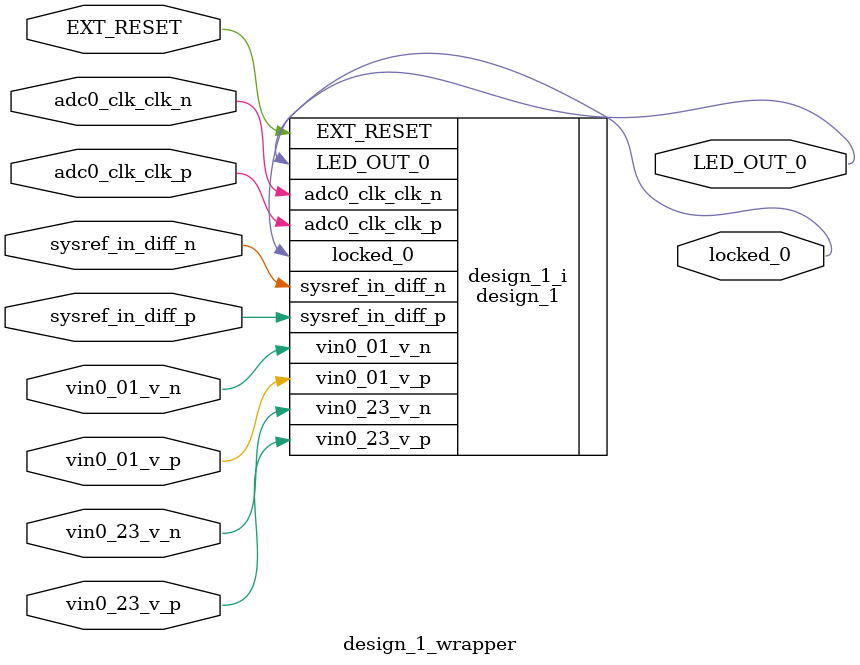
<source format=v>
`timescale 1 ps / 1 ps

module design_1_wrapper
   (EXT_RESET,
    LED_OUT_0,
    adc0_clk_clk_n,
    adc0_clk_clk_p,
    locked_0,
    sysref_in_diff_n,
    sysref_in_diff_p,
    vin0_01_v_n,
    vin0_01_v_p,
    vin0_23_v_n,
    vin0_23_v_p);
  input EXT_RESET;
  output LED_OUT_0;
  input adc0_clk_clk_n;
  input adc0_clk_clk_p;
  output locked_0;
  input sysref_in_diff_n;
  input sysref_in_diff_p;
  input vin0_01_v_n;
  input vin0_01_v_p;
  input vin0_23_v_n;
  input vin0_23_v_p;

  wire EXT_RESET;
  wire LED_OUT_0;
  wire adc0_clk_clk_n;
  wire adc0_clk_clk_p;
  wire locked_0;
  wire sysref_in_diff_n;
  wire sysref_in_diff_p;
  wire vin0_01_v_n;
  wire vin0_01_v_p;
  wire vin0_23_v_n;
  wire vin0_23_v_p;

  design_1 design_1_i
       (.EXT_RESET(EXT_RESET),
        .LED_OUT_0(LED_OUT_0),
        .adc0_clk_clk_n(adc0_clk_clk_n),
        .adc0_clk_clk_p(adc0_clk_clk_p),
        .locked_0(locked_0),
        .sysref_in_diff_n(sysref_in_diff_n),
        .sysref_in_diff_p(sysref_in_diff_p),
        .vin0_01_v_n(vin0_01_v_n),
        .vin0_01_v_p(vin0_01_v_p),
        .vin0_23_v_n(vin0_23_v_n),
        .vin0_23_v_p(vin0_23_v_p));
endmodule
</source>
